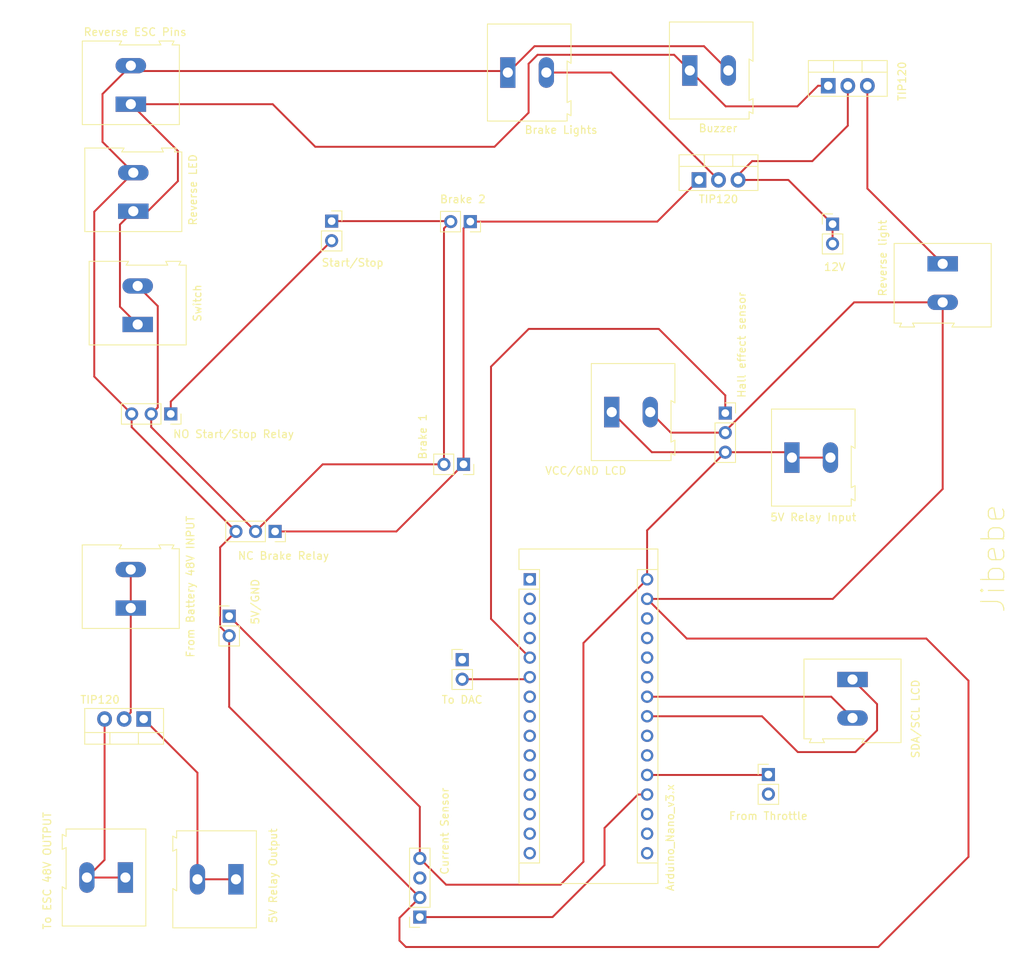
<source format=kicad_pcb>
(kicad_pcb (version 20211014) (generator pcbnew)
  (layers (0 "F.Cu" signal) (31 "B.Cu" signal) (34 "B.Paste" user) (35 "F.Paste" user) (36 "B.SilkS" user "B.Silkscreen") (37 "F.SilkS" user "F.Silkscreen") (38 "B.Mask" user) (39 "F.Mask" user) (44 "Edge.Cuts" user))
  (net 0 "")
  (net 5 "Net-(A1-Pad5)")
  (net 18 "Net-(A1-Pad6)")
  (net 25 "Net-(A1-Pad19)")
  (net 26 "Net-(A1-Pad20)")
  (net 27 "Net-(A1-Pad23)")
  (net 28 "Net-(A1-Pad24)")
  (net 29 "Net-(A1-Pad29)")
  (net 30 "Net-(A1-Pad30)")
  (net 31 "Net-(J15-Pad1)")
  (net 33 "Net-(J4-Pad2)")
  (net 34 "Net-(J5-Pad1)")
  (net 35 "Net-(J19-Pad2)")
  (net 36 "Net-(J8-Pad1)")
  (net 39 "Net-(J13-Pad1)")
  (net 40 "Net-(J16-Pad1)")
  (net 41 "Net-(J18-Pad1)")
  (net 42 "Net-(J22-Pad1)")
  (net 43 "Net-(J23-Pad1)")
  (footprint "TerminalBlock:TerminalBlock_Altech_AK300-2_P5.00mm" (layer "F.Cu") (at 68.98 113.525 90)
    (fp_text reference "J15")
    (fp_text value "From Battery 48V INPUT" (at 2.78 7.75 90) (layer "F.SilkS"))
    (fp_line (start 8.2 -6.3) (end -2.65 -6.3) (layer "F.SilkS") (width 0.12))
    (fp_line (start 8.2 3.7) (end 8.2 3.65) (layer "F.SilkS") (width 0.12))
    (fp_line (start -2.65 6.3) (end 7.7 6.3) (layer "F.SilkS") (width 0.12))
    (fp_line (start 7.7 5.35) (end 8.2 5.6) (layer "F.SilkS") (width 0.12))
    (fp_line (start 7.7 3.9) (end 7.7 -1.5) (layer "F.SilkS") (width 0.12))
    (fp_line (start 8.2 5.6) (end 8.2 3.7) (layer "F.SilkS") (width 0.12))
    (fp_line (start 7.7 -1.5) (end 8.2 -1.2) (layer "F.SilkS") (width 0.12))
    (fp_line (start -2.65 -6.3) (end -2.65 6.3) (layer "F.SilkS") (width 0.12))
    (fp_line (start 7.7 6.3) (end 7.7 5.35) (layer "F.SilkS") (width 0.12))
    (fp_line (start 8.2 -1.2) (end 8.2 -6.3) (layer "F.SilkS") (width 0.12))
    (fp_line (start 8.2 3.65) (end 7.7 3.9) (layer "F.SilkS") (width 0.12))
    (pad "1" thru_hole rect (at 0 0 90) (size 1.98 3.96) (drill 1.32) (layers *.Cu *.Mask) (net 31 "Net-(J15-Pad1)"))
    (pad "2" thru_hole oval (at 5 0 90) (size 1.98 3.96) (drill 1.32) (layers *.Cu *.Mask) (net 31 "Net-(J15-Pad1)"))
  )
  (footprint "Connector_PinSocket_2.54mm:PinSocket_1x02_P2.54mm_Vertical" (layer "F.Cu") (at 95.065 63.285)
    (fp_text reference "J9")
    (fp_text value "Start/Stop" (at 2.725 5.395) (layer "F.SilkS"))
    (fp_line (start 1.33 1.27) (end 1.33 3.87) (layer "F.SilkS") (width 0.12))
    (fp_line (start -1.33 3.87) (end 1.33 3.87) (layer "F.SilkS") (width 0.12))
    (fp_line (start -1.33 1.27) (end 1.33 1.27) (layer "F.SilkS") (width 0.12))
    (fp_line (start 0 -1.33) (end 1.33 -1.33) (layer "F.SilkS") (width 0.12))
    (fp_line (start -1.33 1.27) (end -1.33 3.87) (layer "F.SilkS") (width 0.12))
    (fp_line (start 1.33 -1.33) (end 1.33 0) (layer "F.SilkS") (width 0.12))
    (pad "1" thru_hole rect (at 0 0) (size 1.7 1.7) (drill 1) (layers *.Cu *.Mask) (net 35 "Net-(J19-Pad2)"))
    (pad "2" thru_hole oval (at 0 2.54) (size 1.7 1.7) (drill 1) (layers *.Cu *.Mask) (net 36 "Net-(J8-Pad1)"))
  )
  (footprint "TerminalBlock:TerminalBlock_Altech_AK300-2_P5.00mm" (layer "F.Cu") (at 131.435 88.08)
    (fp_text reference "J14")
    (fp_text value "VCC/GND LCD" (at -3.365 7.62) (layer "F.SilkS"))
    (fp_line (start -2.65 6.3) (end 7.7 6.3) (layer "F.SilkS") (width 0.12))
    (fp_line (start 7.7 -1.5) (end 8.2 -1.2) (layer "F.SilkS") (width 0.12))
    (fp_line (start -2.65 -6.3) (end -2.65 6.3) (layer "F.SilkS") (width 0.12))
    (fp_line (start 8.2 -1.2) (end 8.2 -6.3) (layer "F.SilkS") (width 0.12))
    (fp_line (start 8.2 3.65) (end 7.7 3.9) (layer "F.SilkS") (width 0.12))
    (fp_line (start 7.7 6.3) (end 7.7 5.35) (layer "F.SilkS") (width 0.12))
    (fp_line (start 7.7 5.35) (end 8.2 5.6) (layer "F.SilkS") (width 0.12))
    (fp_line (start 8.2 3.7) (end 8.2 3.65) (layer "F.SilkS") (width 0.12))
    (fp_line (start 8.2 5.6) (end 8.2 3.7) (layer "F.SilkS") (width 0.12))
    (fp_line (start 7.7 3.9) (end 7.7 -1.5) (layer "F.SilkS") (width 0.12))
    (fp_line (start 8.2 -6.3) (end -2.65 -6.3) (layer "F.SilkS") (width 0.12))
    (pad "1" thru_hole rect (at 0 0) (size 1.98 3.96) (drill 1.32) (layers *.Cu *.Mask) (net 30 "Net-(A1-Pad30)"))
    (pad "2" thru_hole oval (at 5 0) (size 1.98 3.96) (drill 1.32) (layers *.Cu *.Mask) (net 29 "Net-(A1-Pad29)"))
  )
  (footprint "Connector_PinSocket_2.54mm:PinSocket_1x04_P2.54mm_Vertical" (layer "F.Cu") (at 106.515 153.655 180)
    (fp_text reference "J12")
    (fp_text value "Current Sensor" (at -3.225 11.155 90) (layer "F.SilkS"))
    (fp_line (start 1.33 -1.33) (end 1.33 0) (layer "F.SilkS") (width 0.12))
    (fp_line (start -1.33 1.27) (end -1.33 8.95) (layer "F.SilkS") (width 0.12))
    (fp_line (start -1.33 1.27) (end 1.33 1.27) (layer "F.SilkS") (width 0.12))
    (fp_line (start 1.33 1.27) (end 1.33 8.95) (layer "F.SilkS") (width 0.12))
    (fp_line (start 0 -1.33) (end 1.33 -1.33) (layer "F.SilkS") (width 0.12))
    (fp_line (start -1.33 8.95) (end 1.33 8.95) (layer "F.SilkS") (width 0.12))
    (pad "1" thru_hole rect (at 0 0 180) (size 1.7 1.7) (drill 1) (layers *.Cu *.Mask) (net 25 "Net-(A1-Pad19)"))
    (pad "2" thru_hole oval (at 0 2.54 180) (size 1.7 1.7) (drill 1) (layers *.Cu *.Mask) (net 29 "Net-(A1-Pad29)"))
    (pad "3" thru_hole oval (at 0 5.08 180) (size 1.7 1.7) (drill 1) (layers *.Cu *.Mask))
    (pad "4" thru_hole oval (at 0 7.62 180) (size 1.7 1.7) (drill 1) (layers *.Cu *.Mask) (net 30 "Net-(A1-Pad30)"))
  )
  (footprint "TerminalBlock:TerminalBlock_Altech_AK300-2_P5.00mm" (layer "F.Cu") (at 82.64 148.75 180)
    (fp_text reference "J13")
    (fp_text value "5V Relay Output" (at -4.83 0.46 90) (layer "F.SilkS"))
    (fp_line (start 8.2 5.6) (end 8.2 3.7) (layer "F.SilkS") (width 0.12))
    (fp_line (start 8.2 -1.2) (end 8.2 -6.3) (layer "F.SilkS") (width 0.12))
    (fp_line (start -2.65 -6.3) (end -2.65 6.3) (layer "F.SilkS") (width 0.12))
    (fp_line (start -2.65 6.3) (end 7.7 6.3) (layer "F.SilkS") (width 0.12))
    (fp_line (start 7.7 3.9) (end 7.7 -1.5) (layer "F.SilkS") (width 0.12))
    (fp_line (start 8.2 3.7) (end 8.2 3.65) (layer "F.SilkS") (width 0.12))
    (fp_line (start 8.2 3.65) (end 7.7 3.9) (layer "F.SilkS") (width 0.12))
    (fp_line (start 7.7 6.3) (end 7.7 5.35) (layer "F.SilkS") (width 0.12))
    (fp_line (start 8.2 -6.3) (end -2.65 -6.3) (layer "F.SilkS") (width 0.12))
    (fp_line (start 7.7 -1.5) (end 8.2 -1.2) (layer "F.SilkS") (width 0.12))
    (fp_line (start 7.7 5.35) (end 8.2 5.6) (layer "F.SilkS") (width 0.12))
    (pad "1" thru_hole rect (at 0 0 180) (size 1.98 3.96) (drill 1.32) (layers *.Cu *.Mask) (net 39 "Net-(J13-Pad1)"))
    (pad "2" thru_hole oval (at 5 0 180) (size 1.98 3.96) (drill 1.32) (layers *.Cu *.Mask) (net 39 "Net-(J13-Pad1)"))
  )
  (footprint "TerminalBlock:TerminalBlock_Altech_AK300-2_P5.00mm" (layer "F.Cu") (at 68.285 148.52 180)
    (fp_text reference "J16")
    (fp_text value "To ESC 48V OUTPUT" (at 10.155 0.88 90) (layer "F.SilkS"))
    (fp_line (start -2.65 -6.3) (end -2.65 6.3) (layer "F.SilkS") (width 0.12))
    (fp_line (start -2.65 6.3) (end 7.7 6.3) (layer "F.SilkS") (width 0.12))
    (fp_line (start 8.2 3.65) (end 7.7 3.9) (layer "F.SilkS") (width 0.12))
    (fp_line (start 7.7 -1.5) (end 8.2 -1.2) (layer "F.SilkS") (width 0.12))
    (fp_line (start 8.2 5.6) (end 8.2 3.7) (layer "F.SilkS") (width 0.12))
    (fp_line (start 8.2 3.7) (end 8.2 3.65) (layer "F.SilkS") (width 0.12))
    (fp_line (start 8.2 -1.2) (end 8.2 -6.3) (layer "F.SilkS") (width 0.12))
    (fp_line (start 8.2 -6.3) (end -2.65 -6.3) (layer "F.SilkS") (width 0.12))
    (fp_line (start 7.7 6.3) (end 7.7 5.35) (layer "F.SilkS") (width 0.12))
    (fp_line (start 7.7 5.35) (end 8.2 5.6) (layer "F.SilkS") (width 0.12))
    (fp_line (start 7.7 3.9) (end 7.7 -1.5) (layer "F.SilkS") (width 0.12))
    (pad "1" thru_hole rect (at 0 0 180) (size 1.98 3.96) (drill 1.32) (layers *.Cu *.Mask) (net 40 "Net-(J16-Pad1)"))
    (pad "2" thru_hole oval (at 5 0 180) (size 1.98 3.96) (drill 1.32) (layers *.Cu *.Mask) (net 40 "Net-(J16-Pad1)"))
  )
  (footprint "TerminalBlock:TerminalBlock_Altech_AK300-2_P5.00mm" (layer "F.Cu") (at 69.31 61.995 90)
    (fp_text reference "J20")
    (fp_text value "Reverse LED" (at 2.78 7.75 90) (layer "F.SilkS"))
    (fp_line (start 8.2 3.7) (end 8.2 3.65) (layer "F.SilkS") (width 0.12))
    (fp_line (start 7.7 -1.5) (end 8.2 -1.2) (layer "F.SilkS") (width 0.12))
    (fp_line (start 7.7 5.35) (end 8.2 5.6) (layer "F.SilkS") (width 0.12))
    (fp_line (start 8.2 -6.3) (end -2.65 -6.3) (layer "F.SilkS") (width 0.12))
    (fp_line (start 7.7 6.3) (end 7.7 5.35) (layer "F.SilkS") (width 0.12))
    (fp_line (start -2.65 -6.3) (end -2.65 6.3) (layer "F.SilkS") (width 0.12))
    (fp_line (start 7.7 3.9) (end 7.7 -1.5) (layer "F.SilkS") (width 0.12))
    (fp_line (start 8.2 -1.2) (end 8.2 -6.3) (layer "F.SilkS") (width 0.12))
    (fp_line (start 8.2 5.6) (end 8.2 3.7) (layer "F.SilkS") (width 0.12))
    (fp_line (start 8.2 3.65) (end 7.7 3.9) (layer "F.SilkS") (width 0.12))
    (fp_line (start -2.65 6.3) (end 7.7 6.3) (layer "F.SilkS") (width 0.12))
    (pad "1" thru_hole rect (at 0 0 90) (size 1.98 3.96) (drill 1.32) (layers *.Cu *.Mask) (net 41 "Net-(J18-Pad1)"))
    (pad "2" thru_hole oval (at 5 0 90) (size 1.98 3.96) (drill 1.32) (layers *.Cu *.Mask) (net 29 "Net-(A1-Pad29)"))
  )
  (footprint "Connector_PinSocket_2.54mm:PinSocket_1x02_P2.54mm_Vertical" (layer "F.Cu") (at 113.07 63.345 -90)
    (fp_text reference "J7")
    (fp_text value "Brake 2" (at -2.905 0.97 180) (layer "F.SilkS"))
    (fp_line (start -1.33 3.87) (end 1.33 3.87) (layer "F.SilkS") (width 0.12))
    (fp_line (start 1.33 -1.33) (end 1.33 0) (layer "F.SilkS") (width 0.12))
    (fp_line (start 0 -1.33) (end 1.33 -1.33) (layer "F.SilkS") (width 0.12))
    (fp_line (start -1.33 1.27) (end 1.33 1.27) (layer "F.SilkS") (width 0.12))
    (fp_line (start -1.33 1.27) (end -1.33 3.87) (layer "F.SilkS") (width 0.12))
    (fp_line (start 1.33 1.27) (end 1.33 3.87) (layer "F.SilkS") (width 0.12))
    (pad "1" thru_hole rect (at 0 0 270) (size 1.7 1.7) (drill 1) (layers *.Cu *.Mask) (net 34 "Net-(J5-Pad1)"))
    (pad "2" thru_hole oval (at 0 2.54 270) (size 1.7 1.7) (drill 1) (layers *.Cu *.Mask) (net 35 "Net-(J19-Pad2)"))
  )
  (footprint "Connector_PinSocket_2.54mm:PinSocket_1x03_P2.54mm_Vertical" (layer "F.Cu") (at 87.725 103.58 -90)
    (fp_text reference "J6")
    (fp_text value "NC Brake Relay" (at 3.16 -1.085 180) (layer "F.SilkS"))
    (fp_line (start 1.33 1.27) (end 1.33 6.41) (layer "F.SilkS") (width 0.12))
    (fp_line (start 0 -1.33) (end 1.33 -1.33) (layer "F.SilkS") (width 0.12))
    (fp_line (start 1.33 -1.33) (end 1.33 0) (layer "F.SilkS") (width 0.12))
    (fp_line (start -1.33 1.27) (end 1.33 1.27) (layer "F.SilkS") (width 0.12))
    (fp_line (start -1.33 6.41) (end 1.33 6.41) (layer "F.SilkS") (width 0.12))
    (fp_line (start -1.33 1.27) (end -1.33 6.41) (layer "F.SilkS") (width 0.12))
    (pad "1" thru_hole rect (at 0 0 270) (size 1.7 1.7) (drill 1) (layers *.Cu *.Mask) (net 34 "Net-(J5-Pad1)"))
    (pad "2" thru_hole oval (at 0 2.54 270) (size 1.7 1.7) (drill 1) (layers *.Cu *.Mask) (net 35 "Net-(J19-Pad2)"))
    (pad "3" thru_hole oval (at 0 5.08 270) (size 1.7 1.7) (drill 1) (layers *.Cu *.Mask) (net 29 "Net-(A1-Pad29)"))
  )
  (footprint "Module:Arduino_Nano" (layer "F.Cu") (at 120.79 109.8)
    (fp_text reference "A1")
    (fp_text value "Arduino_Nano_v3.x" (at 18.23 33.55 90) (layer "F.SilkS"))
    (fp_line (start 13.97 36.83) (end 16.64 36.83) (layer "F.SilkS") (width 0.12))
    (fp_line (start -1.4 -3.94) (end -1.4 -1.27) (layer "F.SilkS") (width 0.12))
    (fp_line (start -1.4 39.5) (end 16.64 39.5) (layer "F.SilkS") (width 0.12))
    (fp_line (start 1.27 1.27) (end -1.4 1.27) (layer "F.SilkS") (width 0.12))
    (fp_line (start 13.97 -1.27) (end 16.64 -1.27) (layer "F.SilkS") (width 0.12))
    (fp_line (start 1.27 1.27) (end 1.27 -1.27) (layer "F.SilkS") (width 0.12))
    (fp_line (start 16.64 39.5) (end 16.64 -3.94) (layer "F.SilkS") (width 0.12))
    (fp_line (start -1.4 1.27) (end -1.4 39.5) (layer "F.SilkS") (width 0.12))
    (fp_line (start 1.27 1.27) (end 1.27 36.83) (layer "F.SilkS") (width 0.12))
    (fp_line (start 1.27 36.83) (end -1.4 36.83) (layer "F.SilkS") (width 0.12))
    (fp_line (start 16.64 -3.94) (end -1.4 -3.94) (layer "F.SilkS") (width 0.12))
    (fp_line (start 1.27 -1.27) (end -1.4 -1.27) (layer "F.SilkS") (width 0.12))
    (fp_line (start 13.97 -1.27) (end 13.97 36.83) (layer "F.SilkS") (width 0.12))
    (pad "1" thru_hole rect (at 0 0) (size 1.6 1.6) (drill 1) (layers *.Cu *.Mask))
    (pad "2" thru_hole oval (at 0 2.54) (size 1.6 1.6) (drill 1) (layers *.Cu *.Mask))
    (pad "3" thru_hole oval (at 0 5.08) (size 1.6 1.6) (drill 1) (layers *.Cu *.Mask))
    (pad "4" thru_hole oval (at 0 7.62) (size 1.6 1.6) (drill 1) (layers *.Cu *.Mask))
    (pad "5" thru_hole oval (at 0 10.16) (size 1.6 1.6) (drill 1) (layers *.Cu *.Mask) (net 5 "Net-(A1-Pad5)"))
    (pad "6" thru_hole oval (at 0 12.7) (size 1.6 1.6) (drill 1) (layers *.Cu *.Mask) (net 18 "Net-(A1-Pad6)"))
    (pad "7" thru_hole oval (at 0 15.24) (size 1.6 1.6) (drill 1) (layers *.Cu *.Mask))
    (pad "8" thru_hole oval (at 0 17.78) (size 1.6 1.6) (drill 1) (layers *.Cu *.Mask))
    (pad "9" thru_hole oval (at 0 20.32) (size 1.6 1.6) (drill 1) (layers *.Cu *.Mask))
    (pad "10" thru_hole oval (at 0 22.86) (size 1.6 1.6) (drill 1) (layers *.Cu *.Mask))
    (pad "11" thru_hole oval (at 0 25.4) (size 1.6 1.6) (drill 1) (layers *.Cu *.Mask))
    (pad "12" thru_hole oval (at 0 27.94) (size 1.6 1.6) (drill 1) (layers *.Cu *.Mask))
    (pad "13" thru_hole oval (at 0 30.48) (size 1.6 1.6) (drill 1) (layers *.Cu *.Mask))
    (pad "14" thru_hole oval (at 0 33.02) (size 1.6 1.6) (drill 1) (layers *.Cu *.Mask))
    (pad "15" thru_hole oval (at 0 35.56) (size 1.6 1.6) (drill 1) (layers *.Cu *.Mask))
    (pad "16" thru_hole oval (at 15.24 35.56) (size 1.6 1.6) (drill 1) (layers *.Cu *.Mask))
    (pad "17" thru_hole oval (at 15.24 33.02) (size 1.6 1.6) (drill 1) (layers *.Cu *.Mask))
    (pad "18" thru_hole oval (at 15.24 30.48) (size 1.6 1.6) (drill 1) (layers *.Cu *.Mask))
    (pad "19" thru_hole oval (at 15.24 27.94) (size 1.6 1.6) (drill 1) (layers *.Cu *.Mask) (net 25 "Net-(A1-Pad19)"))
    (pad "20" thru_hole oval (at 15.24 25.4) (size 1.6 1.6) (drill 1) (layers *.Cu *.Mask) (net 26 "Net-(A1-Pad20)"))
    (pad "21" thru_hole oval (at 15.24 22.86) (size 1.6 1.6) (drill 1) (layers *.Cu *.Mask))
    (pad "22" thru_hole oval (at 15.24 20.32) (size 1.6 1.6) (drill 1) (layers *.Cu *.Mask))
    (pad "23" thru_hole oval (at 15.24 17.78) (size 1.6 1.6) (drill 1) (layers *.Cu *.Mask) (net 27 "Net-(A1-Pad23)"))
    (pad "24" thru_hole oval (at 15.24 15.24) (size 1.6 1.6) (drill 1) (layers *.Cu *.Mask) (net 28 "Net-(A1-Pad24)"))
    (pad "25" thru_hole oval (at 15.24 12.7) (size 1.6 1.6) (drill 1) (layers *.Cu *.Mask))
    (pad "26" thru_hole oval (at 15.24 10.16) (size 1.6 1.6) (drill 1) (layers *.Cu *.Mask))
    (pad "27" thru_hole oval (at 15.24 7.62) (size 1.6 1.6) (drill 1) (layers *.Cu *.Mask))
    (pad "28" thru_hole oval (at 15.24 5.08) (size 1.6 1.6) (drill 1) (layers *.Cu *.Mask))
    (pad "29" thru_hole oval (at 15.24 2.54) (size 1.6 1.6) (drill 1) (layers *.Cu *.Mask) (net 29 "Net-(A1-Pad29)"))
    (pad "30" thru_hole oval (at 15.24 0) (size 1.6 1.6) (drill 1) (layers *.Cu *.Mask) (net 30 "Net-(A1-Pad30)"))
  )
  (footprint "Connector_PinHeader_2.54mm:PinHeader_1x02_P2.54mm_Vertical" (layer "F.Cu") (at 151.78 135.145)
    (fp_text reference "J10")
    (fp_text value "From Throttle" (at -0.01 5.385) (layer "F.SilkS"))
    (fp_line (start -1.33 -1.33) (end 0 -1.33) (layer "F.SilkS") (width 0.12))
    (fp_line (start -1.33 1.27) (end 1.33 1.27) (layer "F.SilkS") (width 0.12))
    (fp_line (start 1.33 1.27) (end 1.33 3.87) (layer "F.SilkS") (width 0.12))
    (fp_line (start -1.33 3.87) (end 1.33 3.87) (layer "F.SilkS") (width 0.12))
    (fp_line (start -1.33 0) (end -1.33 -1.33) (layer "F.SilkS") (width 0.12))
    (fp_line (start -1.33 1.27) (end -1.33 3.87) (layer "F.SilkS") (width 0.12))
    (pad "1" thru_hole rect (at 0 0) (size 1.7 1.7) (drill 1) (layers *.Cu *.Mask) (net 26 "Net-(A1-Pad20)"))
    (pad "2" thru_hole oval (at 0 2.54) (size 1.7 1.7) (drill 1) (layers *.Cu *.Mask))
  )
  (footprint "Connector_PinSocket_2.54mm:PinSocket_1x02_P2.54mm_Vertical" (layer "F.Cu") (at 112.19 94.865 -90)
    (fp_text reference "J5")
    (fp_text value "Brake 1" (at -3.595 5.3 90) (layer "F.SilkS"))
    (fp_line (start -1.33 1.27) (end 1.33 1.27) (layer "F.SilkS") (width 0.12))
    (fp_line (start -1.33 3.87) (end 1.33 3.87) (layer "F.SilkS") (width 0.12))
    (fp_line (start 1.33 -1.33) (end 1.33 0) (layer "F.SilkS") (width 0.12))
    (fp_line (start 0 -1.33) (end 1.33 -1.33) (layer "F.SilkS") (width 0.12))
    (fp_line (start -1.33 1.27) (end -1.33 3.87) (layer "F.SilkS") (width 0.12))
    (fp_line (start 1.33 1.27) (end 1.33 3.87) (layer "F.SilkS") (width 0.12))
    (pad "1" thru_hole rect (at 0 0 270) (size 1.7 1.7) (drill 1) (layers *.Cu *.Mask) (net 34 "Net-(J5-Pad1)"))
    (pad "2" thru_hole oval (at 0 2.54 270) (size 1.7 1.7) (drill 1) (layers *.Cu *.Mask) (net 35 "Net-(J19-Pad2)"))
  )
  (footprint "TerminalBlock:TerminalBlock_Altech_AK300-2_P5.00mm" (layer "F.Cu") (at 117.945 43.99)
    (fp_text reference "J4")
    (fp_text value "Brake Lights" (at 6.915 7.45 180) (layer "F.SilkS"))
    (fp_line (start 7.7 5.35) (end 8.2 5.6) (layer "F.SilkS") (width 0.12))
    (fp_line (start -2.65 -6.3) (end -2.65 6.3) (layer "F.SilkS") (width 0.12))
    (fp_line (start 7.7 3.9) (end 7.7 -1.5) (layer "F.SilkS") (width 0.12))
    (fp_line (start 7.7 6.3) (end 7.7 5.35) (layer "F.SilkS") (width 0.12))
    (fp_line (start 8.2 3.65) (end 7.7 3.9) (layer "F.SilkS") (width 0.12))
    (fp_line (start -2.65 6.3) (end 7.7 6.3) (layer "F.SilkS") (width 0.12))
    (fp_line (start 7.7 -1.5) (end 8.2 -1.2) (layer "F.SilkS") (width 0.12))
    (fp_line (start 8.2 -1.2) (end 8.2 -6.3) (layer "F.SilkS") (width 0.12))
    (fp_line (start 8.2 5.6) (end 8.2 3.7) (layer "F.SilkS") (width 0.12))
    (fp_line (start 8.2 3.7) (end 8.2 3.65) (layer "F.SilkS") (width 0.12))
    (fp_line (start 8.2 -6.3) (end -2.65 -6.3) (layer "F.SilkS") (width 0.12))
    (pad "1" thru_hole rect (at 0 0) (size 1.98 3.96) (drill 1.32) (layers *.Cu *.Mask) (net 29 "Net-(A1-Pad29)"))
    (pad "2" thru_hole oval (at 5 0) (size 1.98 3.96) (drill 1.32) (layers *.Cu *.Mask) (net 33 "Net-(J4-Pad2)"))
  )
  (footprint "Package_TO_SOT_THT:TO-220-3_Vertical" (layer "F.Cu") (at 159.55 45.705)
    (fp_text reference "Q3")
    (fp_text value "TIP120" (at 9.59 -0.585 90) (layer "F.SilkS"))
    (fp_line (start -2.58 -3.27) (end 7.66 -3.27) (layer "F.SilkS") (width 0.12))
    (fp_line (start 7.66 -3.27) (end 7.66 1.371) (layer "F.SilkS") (width 0.12))
    (fp_line (start 4.391 -3.27) (end 4.391 -1.76) (layer "F.SilkS") (width 0.12))
    (fp_line (start -2.58 1.371) (end 7.66 1.371) (layer "F.SilkS") (width 0.12))
    (fp_line (start -2.58 -1.76) (end 7.66 -1.76) (layer "F.SilkS") (width 0.12))
    (fp_line (start 0.69 -3.27) (end 0.69 -1.76) (layer "F.SilkS") (width 0.12))
    (fp_line (start -2.58 -3.27) (end -2.58 1.371) (layer "F.SilkS") (width 0.12))
    (pad "1" thru_hole rect (at 0 0) (size 1.905 2) (drill 1.1) (layers *.Cu *.Mask) (net 41 "Net-(J18-Pad1)"))
    (pad "2" thru_hole oval (at 2.54 0) (size 1.905 2) (drill 1.1) (layers *.Cu *.Mask) (net 43 "Net-(J23-Pad1)"))
    (pad "3" thru_hole oval (at 5.08 0) (size 1.905 2) (drill 1.1) (layers *.Cu *.Mask) (net 42 "Net-(J22-Pad1)"))
  )
  (footprint "TerminalBlock:TerminalBlock_Altech_AK300-2_P5.00mm" (layer "F.Cu") (at 174.41 68.83 -90)
    (fp_text reference "J22")
    (fp_text value "Reverse light" (at -0.74 7.79 90) (layer "F.SilkS"))
    (fp_line (start -2.65 -6.3) (end -2.65 6.3) (layer "F.SilkS") (width 0.12))
    (fp_line (start 8.2 3.65) (end 7.7 3.9) (layer "F.SilkS") (width 0.12))
    (fp_line (start -2.65 6.3) (end 7.7 6.3) (layer "F.SilkS") (width 0.12))
    (fp_line (start 7.7 -1.5) (end 8.2 -1.2) (layer "F.SilkS") (width 0.12))
    (fp_line (start 8.2 -1.2) (end 8.2 -6.3) (layer "F.SilkS") (width 0.12))
    (fp_line (start 8.2 5.6) (end 8.2 3.7) (layer "F.SilkS") (width 0.12))
    (fp_line (start 7.7 5.35) (end 8.2 5.6) (layer "F.SilkS") (width 0.12))
    (fp_line (start 8.2 3.7) (end 8.2 3.65) (layer "F.SilkS") (width 0.12))
    (fp_line (start 8.2 -6.3) (end -2.65 -6.3) (layer "F.SilkS") (width 0.12))
    (fp_line (start 7.7 6.3) (end 7.7 5.35) (layer "F.SilkS") (width 0.12))
    (fp_line (start 7.7 3.9) (end 7.7 -1.5) (layer "F.SilkS") (width 0.12))
    (pad "1" thru_hole rect (at 0 0 270) (size 1.98 3.96) (drill 1.32) (layers *.Cu *.Mask) (net 42 "Net-(J22-Pad1)"))
    (pad "2" thru_hole oval (at 5 0 270) (size 1.98 3.96) (drill 1.32) (layers *.Cu *.Mask) (net 29 "Net-(A1-Pad29)"))
  )
  (footprint "TerminalBlock:TerminalBlock_Altech_AK300-2_P5.00mm" (layer "F.Cu") (at 141.575 43.725)
    (fp_text reference "J18")
    (fp_text value "Buzzer" (at 3.665 7.495) (layer "F.SilkS"))
    (fp_line (start 7.7 5.35) (end 8.2 5.6) (layer "F.SilkS") (width 0.12))
    (fp_line (start 8.2 3.7) (end 8.2 3.65) (layer "F.SilkS") (width 0.12))
    (fp_line (start 8.2 -6.3) (end -2.65 -6.3) (layer "F.SilkS") (width 0.12))
    (fp_line (start 7.7 -1.5) (end 8.2 -1.2) (layer "F.SilkS") (width 0.12))
    (fp_line (start -2.65 6.3) (end 7.7 6.3) (layer "F.SilkS") (width 0.12))
    (fp_line (start 8.2 3.65) (end 7.7 3.9) (layer "F.SilkS") (width 0.12))
    (fp_line (start 7.7 6.3) (end 7.7 5.35) (layer "F.SilkS") (width 0.12))
    (fp_line (start 8.2 -1.2) (end 8.2 -6.3) (layer "F.SilkS") (width 0.12))
    (fp_line (start 8.2 5.6) (end 8.2 3.7) (layer "F.SilkS") (width 0.12))
    (fp_line (start 7.7 3.9) (end 7.7 -1.5) (layer "F.SilkS") (width 0.12))
    (fp_line (start -2.65 -6.3) (end -2.65 6.3) (layer "F.SilkS") (width 0.12))
    (pad "1" thru_hole rect (at 0 0) (size 1.98 3.96) (drill 1.32) (layers *.Cu *.Mask) (net 41 "Net-(J18-Pad1)"))
    (pad "2" thru_hole oval (at 5 0) (size 1.98 3.96) (drill 1.32) (layers *.Cu *.Mask) (net 29 "Net-(A1-Pad29)"))
  )
  (footprint "TerminalBlock:TerminalBlock_Altech_AK300-2_P5.00mm" (layer "F.Cu") (at 69.88 76.705 90)
    (fp_text reference "J19")
    (fp_text value "Switch" (at 2.78 7.75 90) (layer "F.SilkS"))
    (fp_line (start -2.65 6.3) (end 7.7 6.3) (layer "F.SilkS") (width 0.12))
    (fp_line (start -2.65 -6.3) (end -2.65 6.3) (layer "F.SilkS") (width 0.12))
    (fp_line (start 8.2 5.6) (end 8.2 3.7) (layer "F.SilkS") (width 0.12))
    (fp_line (start 8.2 -1.2) (end 8.2 -6.3) (layer "F.SilkS") (width 0.12))
    (fp_line (start 7.7 5.35) (end 8.2 5.6) (layer "F.SilkS") (width 0.12))
    (fp_line (start 8.2 3.7) (end 8.2 3.65) (layer "F.SilkS") (width 0.12))
    (fp_line (start 7.7 -1.5) (end 8.2 -1.2) (layer "F.SilkS") (width 0.12))
    (fp_line (start 8.2 -6.3) (end -2.65 -6.3) (layer "F.SilkS") (width 0.12))
    (fp_line (start 7.7 3.9) (end 7.7 -1.5) (layer "F.SilkS") (width 0.12))
    (fp_line (start 7.7 6.3) (end 7.7 5.35) (layer "F.SilkS") (width 0.12))
    (fp_line (start 8.2 3.65) (end 7.7 3.9) (layer "F.SilkS") (width 0.12))
    (pad "1" thru_hole rect (at 0 0 90) (size 1.98 3.96) (drill 1.32) (layers *.Cu *.Mask) (net 41 "Net-(J18-Pad1)"))
    (pad "2" thru_hole oval (at 5 0 90) (size 1.98 3.96) (drill 1.32) (layers *.Cu *.Mask) (net 35 "Net-(J19-Pad2)"))
  )
  (footprint "Connector_PinHeader_2.54mm:PinHeader_1x02_P2.54mm_Vertical" (layer "F.Cu") (at 160.11 63.675)
    (fp_text reference "J23")
    (fp_text value "12V" (at 0.28 5.565) (layer "F.SilkS"))
    (fp_line (start -1.33 1.27) (end 1.33 1.27) (layer "F.SilkS") (width 0.12))
    (fp_line (start -1.33 1.27) (end -1.33 3.87) (layer "F.SilkS") (width 0.12))
    (fp_line (start -1.33 0) (end -1.33 -1.33) (layer "F.SilkS") (width 0.12))
    (fp_line (start -1.33 3.87) (end 1.33 3.87) (layer "F.SilkS") (width 0.12))
    (fp_line (start -1.33 -1.33) (end 0 -1.33) (layer "F.SilkS") (width 0.12))
    (fp_line (start 1.33 1.27) (end 1.33 3.87) (layer "F.SilkS") (width 0.12))
    (pad "1" thru_hole rect (at 0 0) (size 1.7 1.7) (drill 1) (layers *.Cu *.Mask) (net 43 "Net-(J23-Pad1)"))
    (pad "2" thru_hole oval (at 0 2.54) (size 1.7 1.7) (drill 1) (layers *.Cu *.Mask) (net 43 "Net-(J23-Pad1)"))
  )
  (footprint "Package_TO_SOT_THT:TO-220-3_Vertical" (layer "F.Cu") (at 142.76 57.935)
    (fp_text reference "Q1")
    (fp_text value "TIP120" (at 2.54 2.5) (layer "F.SilkS"))
    (fp_line (start -2.58 1.371) (end 7.66 1.371) (layer "F.SilkS") (width 0.12))
    (fp_line (start -2.58 -1.76) (end 7.66 -1.76) (layer "F.SilkS") (width 0.12))
    (fp_line (start 4.391 -3.27) (end 4.391 -1.76) (layer "F.SilkS") (width 0.12))
    (fp_line (start 7.66 -3.27) (end 7.66 1.371) (layer "F.SilkS") (width 0.12))
    (fp_line (start 0.69 -3.27) (end 0.69 -1.76) (layer "F.SilkS") (width 0.12))
    (fp_line (start -2.58 -3.27) (end -2.58 1.371) (layer "F.SilkS") (width 0.12))
    (fp_line (start -2.58 -3.27) (end 7.66 -3.27) (layer "F.SilkS") (width 0.12))
    (pad "1" thru_hole rect (at 0 0) (size 1.905 2) (drill 1.1) (layers *.Cu *.Mask) (net 34 "Net-(J5-Pad1)"))
    (pad "2" thru_hole oval (at 2.54 0) (size 1.905 2) (drill 1.1) (layers *.Cu *.Mask) (net 33 "Net-(J4-Pad2)"))
    (pad "3" thru_hole oval (at 5.08 0) (size 1.905 2) (drill 1.1) (layers *.Cu *.Mask) (net 43 "Net-(J23-Pad1)"))
  )
  (footprint "Connector_PinSocket_2.54mm:PinSocket_1x03_P2.54mm_Vertical" (layer "F.Cu") (at 146.18 88.21)
    (fp_text reference "J3")
    (fp_text value "Hall effect sensor" (at 2.13 -8.85 90) (layer "F.SilkS"))
    (fp_line (start 1.33 1.27) (end 1.33 6.41) (layer "F.SilkS") (width 0.12))
    (fp_line (start -1.33 1.27) (end 1.33 1.27) (layer "F.SilkS") (width 0.12))
    (fp_line (start -1.33 1.27) (end -1.33 6.41) (layer "F.SilkS") (width 0.12))
    (fp_line (start -1.33 6.41) (end 1.33 6.41) (layer "F.SilkS") (width 0.12))
    (fp_line (start 1.33 -1.33) (end 1.33 0) (layer "F.SilkS") (width 0.12))
    (fp_line (start 0 -1.33) (end 1.33 -1.33) (layer "F.SilkS") (width 0.12))
    (pad "1" thru_hole rect (at 0 0) (size 1.7 1.7) (drill 1) (layers *.Cu *.Mask) (net 5 "Net-(A1-Pad5)"))
    (pad "2" thru_hole oval (at 0 2.54) (size 1.7 1.7) (drill 1) (layers *.Cu *.Mask) (net 29 "Net-(A1-Pad29)"))
    (pad "3" thru_hole oval (at 0 5.08) (size 1.7 1.7) (drill 1) (layers *.Cu *.Mask) (net 30 "Net-(A1-Pad30)"))
  )
  (footprint "Package_TO_SOT_THT:TO-220-3_Vertical" (layer "F.Cu") (at 70.66 127.935 180)
    (fp_text reference "Q2")
    (fp_text value "TIP120" (at 5.67 2.505) (layer "F.SilkS"))
    (fp_line (start 7.66 -3.27) (end 7.66 1.371) (layer "F.SilkS") (width 0.12))
    (fp_line (start -2.58 -3.27) (end 7.66 -3.27) (layer "F.SilkS") (width 0.12))
    (fp_line (start -2.58 1.371) (end 7.66 1.371) (layer "F.SilkS") (width 0.12))
    (fp_line (start 0.69 -3.27) (end 0.69 -1.76) (layer "F.SilkS") (width 0.12))
    (fp_line (start -2.58 -1.76) (end 7.66 -1.76) (layer "F.SilkS") (width 0.12))
    (fp_line (start 4.391 -3.27) (end 4.391 -1.76) (layer "F.SilkS") (width 0.12))
    (fp_line (start -2.58 -3.27) (end -2.58 1.371) (layer "F.SilkS") (width 0.12))
    (pad "1" thru_hole rect (at 0 0 180) (size 1.905 2) (drill 1.1) (layers *.Cu *.Mask) (net 39 "Net-(J13-Pad1)"))
    (pad "2" thru_hole oval (at 2.54 0 180) (size 1.905 2) (drill 1.1) (layers *.Cu *.Mask) (net 31 "Net-(J15-Pad1)"))
    (pad "3" thru_hole oval (at 5.08 0 180) (size 1.905 2) (drill 1.1) (layers *.Cu *.Mask) (net 40 "Net-(J16-Pad1)"))
  )
  (footprint "Connector_PinHeader_2.54mm:PinHeader_1x02_P2.54mm_Vertical" (layer "F.Cu") (at 81.76 114.58)
    (fp_text reference "J17")
    (fp_text value "5V/GND" (at 3.39 -1.87 90) (layer "F.SilkS"))
    (fp_line (start -1.33 1.27) (end -1.33 3.87) (layer "F.SilkS") (width 0.12))
    (fp_line (start -1.33 0) (end -1.33 -1.33) (layer "F.SilkS") (width 0.12))
    (fp_line (start -1.33 3.87) (end 1.33 3.87) (layer "F.SilkS") (width 0.12))
    (fp_line (start -1.33 1.27) (end 1.33 1.27) (layer "F.SilkS") (width 0.12))
    (fp_line (start 1.33 1.27) (end 1.33 3.87) (layer "F.SilkS") (width 0.12))
    (fp_line (start -1.33 -1.33) (end 0 -1.33) (layer "F.SilkS") (width 0.12))
    (pad "1" thru_hole rect (at 0 0) (size 1.7 1.7) (drill 1) (layers *.Cu *.Mask) (net 30 "Net-(A1-Pad30)"))
    (pad "2" thru_hole oval (at 0 2.54) (size 1.7 1.7) (drill 1) (layers *.Cu *.Mask) (net 29 "Net-(A1-Pad29)"))
  )
  (footprint "TerminalBlock:TerminalBlock_Altech_AK300-2_P5.00mm" (layer "F.Cu") (at 162.7 122.805 -90)
    (fp_text reference "J11")
    (fp_text value "SDA/SCL LCD" (at 5.115 -8.19 90) (layer "F.SilkS"))
    (fp_line (start 7.7 -1.5) (end 8.2 -1.2) (layer "F.SilkS") (width 0.12))
    (fp_line (start 8.2 -6.3) (end -2.65 -6.3) (layer "F.SilkS") (width 0.12))
    (fp_line (start 8.2 5.6) (end 8.2 3.7) (layer "F.SilkS") (width 0.12))
    (fp_line (start -2.65 -6.3) (end -2.65 6.3) (layer "F.SilkS") (width 0.12))
    (fp_line (start 8.2 3.65) (end 7.7 3.9) (layer "F.SilkS") (width 0.12))
    (fp_line (start 7.7 5.35) (end 8.2 5.6) (layer "F.SilkS") (width 0.12))
    (fp_line (start 7.7 6.3) (end 7.7 5.35) (layer "F.SilkS") (width 0.12))
    (fp_line (start 8.2 -1.2) (end 8.2 -6.3) (layer "F.SilkS") (width 0.12))
    (fp_line (start 7.7 3.9) (end 7.7 -1.5) (layer "F.SilkS") (width 0.12))
    (fp_line (start 8.2 3.7) (end 8.2 3.65) (layer "F.SilkS") (width 0.12))
    (fp_line (start -2.65 6.3) (end 7.7 6.3) (layer "F.SilkS") (width 0.12))
    (pad "1" thru_hole rect (at 0 0 270) (size 1.98 3.96) (drill 1.32) (layers *.Cu *.Mask) (net 27 "Net-(A1-Pad23)"))
    (pad "2" thru_hole oval (at 5 0 270) (size 1.98 3.96) (drill 1.32) (layers *.Cu *.Mask) (net 28 "Net-(A1-Pad24)"))
  )
  (footprint "Connector_PinSocket_2.54mm:PinSocket_1x03_P2.54mm_Vertical" (layer "F.Cu") (at 74.175 88.32 -90)
    (fp_text reference "J8")
    (fp_text value "NO Start/Stop Relay" (at 2.62 -8.155) (layer "F.SilkS"))
    (fp_line (start 1.33 1.27) (end 1.33 6.41) (layer "F.SilkS") (width 0.12))
    (fp_line (start -1.33 1.27) (end 1.33 1.27) (layer "F.SilkS") (width 0.12))
    (fp_line (start -1.33 1.27) (end -1.33 6.41) (layer "F.SilkS") (width 0.12))
    (fp_line (start 0 -1.33) (end 1.33 -1.33) (layer "F.SilkS") (width 0.12))
    (fp_line (start -1.33 6.41) (end 1.33 6.41) (layer "F.SilkS") (width 0.12))
    (fp_line (start 1.33 -1.33) (end 1.33 0) (layer "F.SilkS") (width 0.12))
    (pad "1" thru_hole rect (at 0 0 270) (size 1.7 1.7) (drill 1) (layers *.Cu *.Mask) (net 36 "Net-(J8-Pad1)"))
    (pad "2" thru_hole oval (at 0 2.54 270) (size 1.7 1.7) (drill 1) (layers *.Cu *.Mask) (net 35 "Net-(J19-Pad2)"))
    (pad "3" thru_hole oval (at 0 5.08 270) (size 1.7 1.7) (drill 1) (layers *.Cu *.Mask) (net 29 "Net-(A1-Pad29)"))
  )
  (footprint "Connector_PinHeader_2.54mm:PinHeader_1x02_P2.54mm_Vertical" (layer "F.Cu") (at 112.02 120.23)
    (fp_text reference "J2")
    (fp_text value "To DAC" (at -0.01 5.2) (layer "F.SilkS"))
    (fp_line (start -1.33 -1.33) (end 0 -1.33) (layer "F.SilkS") (width 0.12))
    (fp_line (start 1.33 1.27) (end 1.33 3.87) (layer "F.SilkS") (width 0.12))
    (fp_line (start -1.33 1.27) (end 1.33 1.27) (layer "F.SilkS") (width 0.12))
    (fp_line (start -1.33 1.27) (end -1.33 3.87) (layer "F.SilkS") (width 0.12))
    (fp_line (start -1.33 0) (end -1.33 -1.33) (layer "F.SilkS") (width 0.12))
    (fp_line (start -1.33 3.87) (end 1.33 3.87) (layer "F.SilkS") (width 0.12))
    (pad "1" thru_hole rect (at 0 0) (size 1.7 1.7) (drill 1) (layers *.Cu *.Mask))
    (pad "2" thru_hole oval (at 0 2.54) (size 1.7 1.7) (drill 1) (layers *.Cu *.Mask) (net 18 "Net-(A1-Pad6)"))
  )
  (footprint "TerminalBlock:TerminalBlock_Altech_AK300-2_P5.00mm" (layer "F.Cu") (at 154.835 93.99)
    (fp_text reference "J1")
    (fp_text value "5V Relay Input" (at 2.78 7.75) (layer "F.SilkS"))
    (fp_line (start 8.2 -1.2) (end 8.2 -6.3) (layer "F.SilkS") (width 0.12))
    (fp_line (start 7.7 3.9) (end 7.7 -1.5) (layer "F.SilkS") (width 0.12))
    (fp_line (start 7.7 6.3) (end 7.7 5.35) (layer "F.SilkS") (width 0.12))
    (fp_line (start -2.65 -6.3) (end -2.65 6.3) (layer "F.SilkS") (width 0.12))
    (fp_line (start 8.2 3.65) (end 7.7 3.9) (layer "F.SilkS") (width 0.12))
    (fp_line (start 7.7 -1.5) (end 8.2 -1.2) (layer "F.SilkS") (width 0.12))
    (fp_line (start 8.2 3.7) (end 8.2 3.65) (layer "F.SilkS") (width 0.12))
    (fp_line (start 8.2 -6.3) (end -2.65 -6.3) (layer "F.SilkS") (width 0.12))
    (fp_line (start -2.65 6.3) (end 7.7 6.3) (layer "F.SilkS") (width 0.12))
    (fp_line (start 7.7 5.35) (end 8.2 5.6) (layer "F.SilkS") (width 0.12))
    (fp_line (start 8.2 5.6) (end 8.2 3.7) (layer "F.SilkS") (width 0.12))
    (pad "1" thru_hole rect (at 0 0) (size 1.98 3.96) (drill 1.32) (layers *.Cu *.Mask) (net 30 "Net-(A1-Pad30)"))
    (pad "2" thru_hole oval (at 5 0) (size 1.98 3.96) (drill 1.32) (layers *.Cu *.Mask) (net 30 "Net-(A1-Pad30)"))
  )
  (footprint "TerminalBlock:TerminalBlock_Altech_AK300-2_P5.00mm" (layer "F.Cu") (at 68.99 48.1 90)
    (fp_text reference "J21")
    (fp_text value "Reverse ESC Pins" (at 9.37 0.56 180) (layer "F.SilkS"))
    (fp_line (start 7.7 6.3) (end 7.7 5.35) (layer "F.SilkS") (width 0.12))
    (fp_line (start -2.65 6.3) (end 7.7 6.3) (layer "F.SilkS") (width 0.12))
    (fp_line (start 7.7 5.35) (end 8.2 5.6) (layer "F.SilkS") (width 0.12))
    (fp_line (start 7.7 -1.5) (end 8.2 -1.2) (layer "F.SilkS") (width 0.12))
    (fp_line (start -2.65 -6.3) (end -2.65 6.3) (layer "F.SilkS") (width 0.12))
    (fp_line (start 8.2 -1.2) (end 8.2 -6.3) (layer "F.SilkS") (width 0.12))
    (fp_line (start 8.2 3.65) (end 7.7 3.9) (layer "F.SilkS") (width 0.12))
    (fp_line (start 8.2 -6.3) (end -2.65 -6.3) (layer "F.SilkS") (width 0.12))
    (fp_line (start 8.2 3.7) (end 8.2 3.65) (layer "F.SilkS") (width 0.12))
    (fp_line (start 7.7 3.9) (end 7.7 -1.5) (layer "F.SilkS") (width 0.12))
    (fp_line (start 8.2 5.6) (end 8.2 3.7) (layer "F.SilkS") (width 0.12))
    (pad "1" thru_hole rect (at 0 0 90) (size 1.98 3.96) (drill 1.32) (layers *.Cu *.Mask) (net 41 "Net-(J18-Pad1)"))
    (pad "2" thru_hole oval (at 5 0 90) (size 1.98 3.96) (drill 1.32) (layers *.Cu *.Mask) (net 29 "Net-(A1-Pad29)"))
  )
  (gr_text "Jibebe" (at 180.96 107.1 90) (layer "F.SilkS") (effects (font (size 3 3))))
  (segment (start 115.76 114.93) (end 120.79 119.96) (width 0.25) (layer "F.Cu") (net 5))
  (segment (start 137.55 77.28) (end 120.66 77.28) (width 0.25) (layer "F.Cu") (net 5))
  (segment (start 146.18 85.91) (end 137.55 77.28) (width 0.25) (layer "F.Cu") (net 5))
  (segment (start 146.18 88.21) (end 146.18 85.91) (width 0.25) (layer "F.Cu") (net 5))
  (segment (start 120.66 77.28) (end 115.76 82.18) (width 0.25) (layer "F.Cu") (net 5))
  (segment (start 115.76 82.18) (end 115.76 114.93) (width 0.25) (layer "F.Cu") (net 5))
  (segment (start 112.02 122.77) (end 120.52 122.77) (width 0.25) (layer "F.Cu") (net 18))
  (segment (start 120.52 122.77) (end 120.79 122.5) (width 0.25) (layer "F.Cu") (net 18))
  (segment (start 130.5 142.085) (end 134.845 137.74) (width 0.25) (layer "F.Cu") (net 25))
  (segment (start 134.845 137.74) (end 136.03 137.74) (width 0.25) (layer "F.Cu") (net 25))
  (segment (start 123.75 153.655) (end 123.86 153.545) (width 0.25) (layer "F.Cu") (net 25))
  (segment (start 123.86 153.545) (end 130.5 146.905) (width 0.25) (layer "F.Cu") (net 25))
  (segment (start 130.5 146.905) (end 130.5 142.085) (width 0.25) (layer "F.Cu") (net 25))
  (segment (start 106.515 153.655) (end 123.75 153.655) (width 0.25) (layer "F.Cu") (net 25))
  (segment (start 151.76 135.2) (end 151.81 135.15) (width 0.25) (layer "F.Cu") (net 26))
  (segment (start 136.03 135.2) (end 151.76 135.2) (width 0.25) (layer "F.Cu") (net 26))
  (segment (start 155.6 132.23) (end 163.07 132.23) (width 0.25) (layer "F.Cu") (net 27))
  (segment (start 163.07 132.23) (end 165.89 129.41) (width 0.25) (layer "F.Cu") (net 27))
  (segment (start 165.89 129.41) (end 165.89 125.995) (width 0.25) (layer "F.Cu") (net 27))
  (segment (start 150.95 127.58) (end 155.6 132.23) (width 0.25) (layer "F.Cu") (net 27))
  (segment (start 136.03 127.58) (end 150.95 127.58) (width 0.25) (layer "F.Cu") (net 27))
  (segment (start 165.89 125.995) (end 162.7 122.805) (width 0.25) (layer "F.Cu") (net 27))
  (segment (start 136.03 125.04) (end 159.935 125.04) (width 0.25) (layer "F.Cu") (net 28))
  (segment (start 159.935 125.04) (end 162.7 127.805) (width 0.25) (layer "F.Cu") (net 28))
  (segment (start 174.41 98.07) (end 174.41 73.83) (width 0.25) (layer "F.Cu") (net 29))
  (segment (start 160.14 112.34) (end 174.41 98.07) (width 0.25) (layer "F.Cu") (net 29))
  (segment (start 136.03 112.34) (end 141.18 117.49) (width 0.25) (layer "F.Cu") (net 29))
  (segment (start 65.31 46.78) (end 65.31 52.995) (width 0.25) (layer "F.Cu") (net 29))
  (segment (start 146.18 90.75) (end 146.18 90.559022) (width 0.25) (layer "F.Cu") (net 29))
  (segment (start 118.61 43.795) (end 69.685 43.795) (width 0.25) (layer "F.Cu") (net 29))
  (segment (start 141.18 117.49) (end 141.19 117.5) (width 0.25) (layer "F.Cu") (net 29))
  (segment (start 136.03 112.34) (end 160.14 112.34) (width 0.25) (layer "F.Cu") (net 29))
  (segment (start 118.61 43.795) (end 118.61 42.97) (width 0.25) (layer "F.Cu") (net 29))
  (segment (start 68.99 43.1) (end 65.31 46.78) (width 0.25) (layer "F.Cu") (net 29))
  (segment (start 121.41 40.57) (end 143.42 40.57) (width 0.25) (layer "F.Cu") (net 29))
  (segment (start 69.095 90.03) (end 82.645 103.58) (width 0.25) (layer "F.Cu") (net 29))
  (segment (start 103.87 153.76) (end 103.87 156.7) (width 0.25) (layer "F.Cu") (net 29))
  (segment (start 106.515 151.115) (end 81.76 126.36) (width 0.25) (layer "F.Cu") (net 29))
  (segment (start 69.685 43.795) (end 68.99 43.1) (width 0.25) (layer "F.Cu") (net 29))
  (segment (start 80.585489 105.639511) (end 82.645 103.58) (width 0.25) (layer "F.Cu") (net 29))
  (segment (start 117.99 43.99) (end 121.41 40.57) (width 0.25) (layer "F.Cu") (net 29))
  (segment (start 172.29 117.49) (end 177.76 122.96) (width 0.25) (layer "F.Cu") (net 29))
  (segment (start 146.18 90.75) (end 139.105 90.75) (width 0.25) (layer "F.Cu") (net 29))
  (segment (start 139.105 90.75) (end 136.435 88.08) (width 0.25) (layer "F.Cu") (net 29))
  (segment (start 177.76 122.96) (end 177.76 145.83) (width 0.25) (layer "F.Cu") (net 29))
  (segment (start 104.71 157.54) (end 166.05 157.54) (width 0.25) (layer "F.Cu") (net 29))
  (segment (start 103.87 156.7) (end 104.71 157.54) (width 0.25) (layer "F.Cu") (net 29))
  (segment (start 117.945 43.99) (end 117.99 43.99) (width 0.25) (layer "F.Cu") (net 29))
  (segment (start 141.18 117.49) (end 172.29 117.49) (width 0.25) (layer "F.Cu") (net 29))
  (segment (start 81.76 126.36) (end 81.76 117.12) (width 0.25) (layer "F.Cu") (net 29))
  (segment (start 166.05 157.54) (end 177.76 145.83) (width 0.25) (layer "F.Cu") (net 29))
  (segment (start 64.24 62.065) (end 64.24 83.465) (width 0.25) (layer "F.Cu") (net 29))
  (segment (start 146.18 90.559022) (end 162.909022 73.83) (width 0.25) (layer "F.Cu") (net 29))
  (segment (start 162.909022 73.83) (end 174.41 73.83) (width 0.25) (layer "F.Cu") (net 29))
  (segment (start 65.31 52.995) (end 69.31 56.995) (width 0.25) (layer "F.Cu") (net 29))
  (segment (start 106.515 151.115) (end 103.87 153.76) (width 0.25) (layer "F.Cu") (net 29))
  (segment (start 69.095 88.32) (end 69.095 90.03) (width 0.25) (layer "F.Cu") (net 29))
  (segment (start 69.31 56.995) (end 64.24 62.065) (width 0.25) (layer "F.Cu") (net 29))
  (segment (start 80.585489 115.945489) (end 80.585489 105.639511) (width 0.25) (layer "F.Cu") (net 29))
  (segment (start 143.42 40.57) (end 146.575 43.725) (width 0.25) (layer "F.Cu") (net 29))
  (segment (start 81.76 117.12) (end 80.585489 115.945489) (width 0.25) (layer "F.Cu") (net 29))
  (segment (start 64.24 83.465) (end 69.095 88.32) (width 0.25) (layer "F.Cu") (net 29))
  (segment (start 146.18 93.29) (end 136.645 93.29) (width 0.25) (layer "F.Cu") (net 30))
  (segment (start 106.515 146.035) (end 106.515 139.335) (width 0.25) (layer "F.Cu") (net 30))
  (segment (start 154.135 93.29) (end 154.835 93.99) (width 0.25) (layer "F.Cu") (net 30))
  (segment (start 106.515 139.335) (end 81.76 114.58) (width 0.25) (layer "F.Cu") (net 30))
  (segment (start 109.93 149.45) (end 124.775 149.45) (width 0.25) (layer "F.Cu") (net 30))
  (segment (start 136.645 93.29) (end 131.435 88.08) (width 0.25) (layer "F.Cu") (net 30))
  (segment (start 124.775 149.45) (end 124.795 149.43) (width 0.25) (layer "F.Cu") (net 30))
  (segment (start 154.835 93.99) (end 159.835 93.99) (width 0.25) (layer "F.Cu") (net 30))
  (segment (start 136.03 109.8) (end 127.76 118.07) (width 0.25) (layer "F.Cu") (net 30))
  (segment (start 146.18 93.29) (end 154.135 93.29) (width 0.25) (layer "F.Cu") (net 30))
  (segment (start 109.93 149.45) (end 106.515 146.035) (width 0.25) (layer "F.Cu") (net 30))
  (segment (start 136.03 103.44) (end 146.18 93.29) (width 0.25) (layer "F.Cu") (net 30))
  (segment (start 127.76 118.07) (end 127.76 146.465) (width 0.25) (layer "F.Cu") (net 30))
  (segment (start 127.76 146.465) (end 124.795 149.43) (width 0.25) (layer "F.Cu") (net 30))
  (segment (start 136.03 109.8) (end 136.03 103.44) (width 0.25) (layer "F.Cu") (net 30))
  (segment (start 68.98 127.075) (end 68.12 127.935) (width 0.25) (layer "F.Cu") (net 31))
  (segment (start 68.98 108.525) (end 68.98 127.075) (width 0.25) (layer "F.Cu") (net 31))
  (segment (start 131.355 43.99) (end 145.3 57.935) (width 0.25) (layer "F.Cu") (net 33))
  (segment (start 122.945 43.99) (end 131.355 43.99) (width 0.25) (layer "F.Cu") (net 33))
  (segment (start 145.3 57.873478) (end 145.3 57.935) (width 0.25) (layer "F.Cu") (net 33))
  (segment (start 112.19 64.225) (end 113.07 63.345) (width 0.25) (layer "F.Cu") (net 34))
  (segment (start 137.35 63.345) (end 142.76 57.935) (width 0.25) (layer "F.Cu") (net 34))
  (segment (start 113.07 63.345) (end 137.35 63.345) (width 0.25) (layer "F.Cu") (net 34))
  (segment (start 103.475 103.58) (end 112.19 94.865) (width 0.25) (layer "F.Cu") (net 34))
  (segment (start 87.725 103.58) (end 103.475 103.58) (width 0.25) (layer "F.Cu") (net 34))
  (segment (start 112.19 94.865) (end 112.19 64.225) (width 0.25) (layer "F.Cu") (net 34))
  (segment (start 71.635 90.03) (end 85.185 103.58) (width 0.25) (layer "F.Cu") (net 35))
  (segment (start 109.65 64.225) (end 110.53 63.345) (width 0.25) (layer "F.Cu") (net 35))
  (segment (start 95.065 63.285) (end 110.47 63.285) (width 0.25) (layer "F.Cu") (net 35))
  (segment (start 72.485 87.47) (end 72.485 74.31) (width 0.25) (layer "F.Cu") (net 35))
  (segment (start 72.485 74.31) (end 69.88 71.705) (width 0.25) (layer "F.Cu") (net 35))
  (segment (start 85.185 103.58) (end 93.9 94.865) (width 0.25) (layer "F.Cu") (net 35))
  (segment (start 71.635 88.32) (end 72.485 87.47) (width 0.25) (layer "F.Cu") (net 35))
  (segment (start 93.9 94.865) (end 109.65 94.865) (width 0.25) (layer "F.Cu") (net 35))
  (segment (start 71.635 88.32) (end 71.635 90.03) (width 0.25) (layer "F.Cu") (net 35))
  (segment (start 109.65 94.865) (end 109.65 64.225) (width 0.25) (layer "F.Cu") (net 35))
  (segment (start 74.175 88.32) (end 74.68 88.32) (width 0.25) (layer "F.Cu") (net 36))
  (segment (start 74.175 86.715) (end 95.065 65.825) (width 0.25) (layer "F.Cu") (net 36))
  (segment (start 74.175 88.32) (end 74.175 86.715) (width 0.25) (layer "F.Cu") (net 36))
  (segment (start 77.64 148.75) (end 77.64 134.915) (width 0.25) (layer "F.Cu") (net 39))
  (segment (start 77.64 148.75) (end 82.64 148.75) (width 0.25) (layer "F.Cu") (net 39))
  (segment (start 77.64 134.915) (end 70.66 127.935) (width 0.25) (layer "F.Cu") (net 39))
  (segment (start 68.285 148.52) (end 63.285 148.52) (width 0.25) (layer "F.Cu") (net 40))
  (segment (start 65.58 146.225) (end 63.285 148.52) (width 0.25) (layer "F.Cu") (net 40))
  (segment (start 65.58 127.935) (end 65.58 146.225) (width 0.25) (layer "F.Cu") (net 40))
  (segment (start 71.195 61.995) (end 75.1 58.09) (width 0.25) (layer "F.Cu") (net 41))
  (segment (start 120.64 42.85) (end 120.64 49.2) (width 0.25) (layer "F.Cu") (net 41))
  (segment (start 92.94 53.63) (end 87.41 48.1) (width 0.25) (layer "F.Cu") (net 41))
  (segment (start 139.53548 41.68548) (end 121.80452 41.68548) (width 0.25) (layer "F.Cu") (net 41))
  (segment (start 75.1 54.17) (end 69.03 48.1) (width 0.25) (layer "F.Cu") (net 41))
  (segment (start 158.225 45.705) (end 159.55 45.705) (width 0.25) (layer "F.Cu") (net 41))
  (segment (start 141.575 43.725) (end 141.575 45.39) (width 0.25) (layer "F.Cu") (net 41))
  (segment (start 87.41 48.1) (end 68.99 48.1) (width 0.25) (layer "F.Cu") (net 41))
  (segment (start 139.53548 41.68548) (end 141.575 43.725) (width 0.25) (layer "F.Cu") (net 41))
  (segment (start 146.23 48.38) (end 155.55 48.38) (width 0.25) (layer "F.Cu") (net 41))
  (segment (start 116.21 53.63) (end 92.94 53.63) (width 0.25) (layer "F.Cu") (net 41))
  (segment (start 69.03 48.1) (end 68.99 48.1) (width 0.25) (layer "F.Cu") (net 41))
  (segment (start 121.80452 41.68548) (end 120.64 42.85) (width 0.25) (layer "F.Cu") (net 41))
  (segment (start 67.57548 74.40048) (end 67.57548 63.72952) (width 0.25) (layer "F.Cu") (net 41))
  (segment (start 67.57548 63.72952) (end 69.31 61.995) (width 0.25) (layer "F.Cu") (net 41))
  (segment (start 69.31 61.995) (end 71.195 61.995) (width 0.25) (layer "F.Cu") (net 41))
  (segment (start 75.1 58.09) (end 75.1 54.17) (width 0.25) (layer "F.Cu") (net 41))
  (segment (start 141.575 43.725) (end 146.23 48.38) (width 0.25) (layer "F.Cu") (net 41))
  (segment (start 120.64 49.2) (end 116.21 53.63) (width 0.25) (layer "F.Cu") (net 41))
  (segment (start 155.55 48.38) (end 158.225 45.705) (width 0.25) (layer "F.Cu") (net 41))
  (segment (start 69.88 76.705) (end 67.57548 74.40048) (width 0.25) (layer "F.Cu") (net 41))
  (segment (start 164.63 59.05) (end 174.41 68.83) (width 0.25) (layer "F.Cu") (net 42))
  (segment (start 164.63 45.705) (end 164.63 59.05) (width 0.25) (layer "F.Cu") (net 42))
  (segment (start 157.48 55.495) (end 149.66 55.495) (width 0.25) (layer "F.Cu") (net 43))
  (segment (start 162.09 50.885) (end 157.48 55.495) (width 0.25) (layer "F.Cu") (net 43))
  (segment (start 162.09 45.705) (end 162.09 50.885) (width 0.25) (layer "F.Cu") (net 43))
  (segment (start 148.035 58.13) (end 147.84 57.935) (width 0.25) (layer "F.Cu") (net 43))
  (segment (start 154.37 57.935) (end 160.11 63.675) (width 0.25) (layer "F.Cu") (net 43))
  (segment (start 160.11 66.215) (end 160.11 63.675) (width 0.25) (layer "F.Cu") (net 43))
  (segment (start 147.84 57.935) (end 154.37 57.935) (width 0.25) (layer "F.Cu") (net 43))
  (segment (start 147.84 57.315) (end 147.84 57.935) (width 0.25) (layer "F.Cu") (net 43))
  (segment (start 149.66 55.495) (end 147.84 57.315) (width 0.25) (layer "F.Cu") (net 43))
)
</source>
